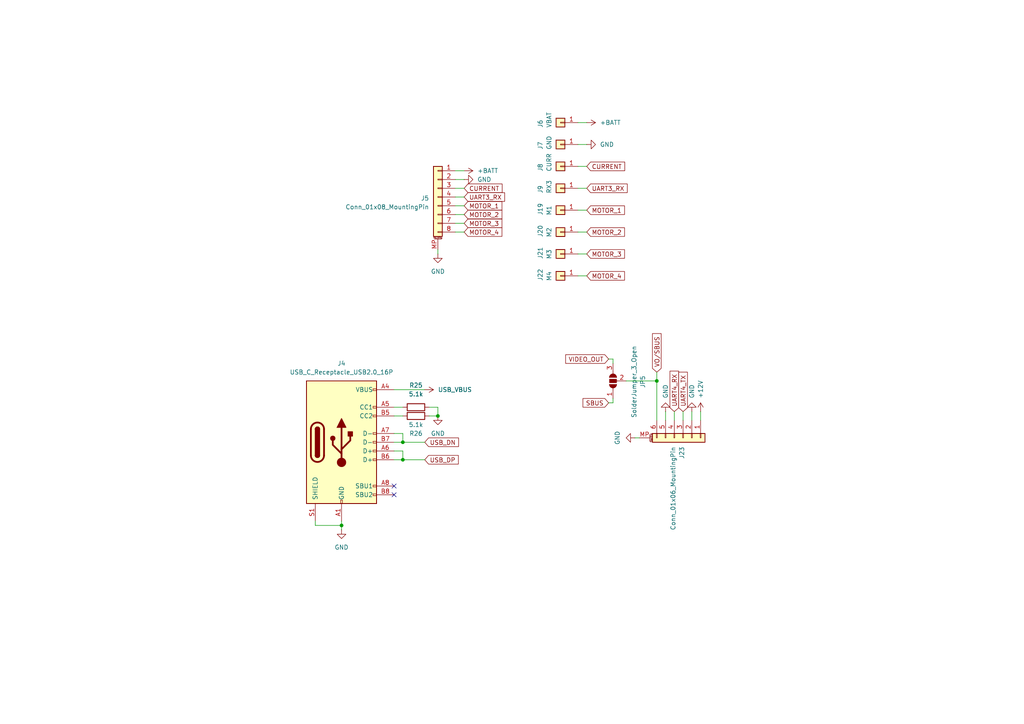
<source format=kicad_sch>
(kicad_sch (version 20250114) (generator "eeschema") (generator_version "9.0")
  (paper "A4")
  (lib_symbols
    (symbol "+5V_1" (power) (pin_numbers (hide yes)) (pin_names (offset 0) (hide yes))
      (property "Value" "+5V" (at 0 3.556 0))
      (symbol "+5V_1_0_1"
        (polyline (pts (xy -0.762 1.27) (xy 0 2.54)))
        (polyline (pts (xy 0 2.54) (xy 0.762 1.27)))
        (polyline (pts (xy 0 0) (xy 0 2.54)))
      )
      (symbol "+5V_1_1_1"
        (pin power_in line (at 0 0 90) (length 0) (name "~") (number "1"))
      )
    )
    (symbol "+BATT_1" (power) (pin_numbers (hide yes)) (pin_names (offset 0) (hide yes))
      (property "Value" "+BATT" (at 0 3.556 0))
      (symbol "+BATT_1_0_1"
        (polyline (pts (xy -0.762 1.27) (xy 0 2.54)))
        (polyline (pts (xy 0 2.54) (xy 0.762 1.27)))
        (polyline (pts (xy 0 0) (xy 0 2.54)))
      )
      (symbol "+BATT_1_1_1"
        (pin power_in line (at 0 0 90) (length 0) (name "~") (number "1"))
      )
    )
    (symbol "Connector:USB_C_Receptacle_USB2.0_16P" (pin_names (offset 1.016))
      (property "Reference" "J" (at 0 22.225 0))
      (property "Value" "USB_C_Receptacle_USB2.0_16P" (at 0 19.685 0))
      (symbol "USB_C_Receptacle_USB2.0_16P_0_0"
        (rectangle (start -0.254 -17.78) (end 0.254 -16.764))
        (rectangle (start 10.16 15.494) (end 9.144 14.986))
        (rectangle (start 10.16 10.414) (end 9.144 9.906))
        (rectangle (start 10.16 7.874) (end 9.144 7.366))
        (rectangle (start 10.16 2.794) (end 9.144 2.286))
        (rectangle (start 10.16 0.254) (end 9.144 -0.254))
        (rectangle (start 10.16 -2.286) (end 9.144 -2.794))
        (rectangle (start 10.16 -4.826) (end 9.144 -5.334))
        (rectangle (start 10.16 -12.446) (end 9.144 -12.954))
        (rectangle (start 10.16 -14.986) (end 9.144 -15.494))
      )
      (symbol "USB_C_Receptacle_USB2.0_16P_0_1"
        (rectangle (start -10.16 17.78) (end 10.16 -17.78) (stroke (width 0.254)) (fill (type background)))
        (polyline (pts (xy -8.89 -3.81) (xy -8.89 3.81)) (stroke (width 0.508)))
        (rectangle (start -7.62 -3.81) (end -6.35 3.81) (stroke (width 0.254)) (fill (type outline)))
        (arc (start -7.62 3.81) (mid -6.985 4.4423) (end -6.35 3.81) (stroke (width 0.254)))
        (arc (start -7.62 3.81) (mid -6.985 4.4423) (end -6.35 3.81) (stroke (width 0.254)) (fill (type outline)))
        (arc (start -8.89 3.81) (mid -6.985 5.7067) (end -5.08 3.81) (stroke (width 0.508)))
        (arc (start -5.08 -3.81) (mid -6.985 -5.7067) (end -8.89 -3.81) (stroke (width 0.508)))
        (arc (start -6.35 -3.81) (mid -6.985 -4.4423) (end -7.62 -3.81) (stroke (width 0.254)))
        (arc (start -6.35 -3.81) (mid -6.985 -4.4423) (end -7.62 -3.81) (stroke (width 0.254)) (fill (type outline)))
        (polyline (pts (xy -5.08 3.81) (xy -5.08 -3.81)) (stroke (width 0.508)))
        (circle (center -2.54 1.143) (radius 0.635) (stroke (width 0.254)) (fill (type outline)))
        (polyline (pts (xy -1.27 4.318) (xy 0 6.858) (xy 1.27 4.318) (xy -1.27 4.318)) (stroke (width 0.254)) (fill (type outline)))
        (polyline (pts (xy 0 -2.032) (xy 2.54 0.508) (xy 2.54 1.778)) (stroke (width 0.508)))
        (polyline (pts (xy 0 -3.302) (xy -2.54 -0.762) (xy -2.54 0.508)) (stroke (width 0.508)))
        (polyline (pts (xy 0 -5.842) (xy 0 4.318)) (stroke (width 0.508)))
        (circle (center 0 -5.842) (radius 1.27) (fill (type outline)))
        (rectangle (start 1.905 1.778) (end 3.175 3.048) (stroke (width 0.254)) (fill (type outline)))
      )
      (symbol "USB_C_Receptacle_USB2.0_16P_1_1"
        (pin passive line (at -7.62 -22.86 90) (length 5.08) (name "SHIELD") (number "S1"))
        (pin passive line (at 0 -22.86 90) (length 5.08) (name "GND") (number "A1"))
        (pin passive line (at 0 -22.86 90) (length 5.08) (hide yes) (name "GND") (number "A12"))
        (pin passive line (at 0 -22.86 90) (length 5.08) (hide yes) (name "GND") (number "B1"))
        (pin passive line (at 0 -22.86 90) (length 5.08) (hide yes) (name "GND") (number "B12"))
        (pin passive line (at 15.24 15.24 180) (length 5.08) (name "VBUS") (number "A4"))
        (pin passive line (at 15.24 15.24 180) (length 5.08) (hide yes) (name "VBUS") (number "A9"))
        (pin passive line (at 15.24 15.24 180) (length 5.08) (hide yes) (name "VBUS") (number "B4"))
        (pin passive line (at 15.24 15.24 180) (length 5.08) (hide yes) (name "VBUS") (number "B9"))
        (pin bidirectional line (at 15.24 10.16 180) (length 5.08) (name "CC1") (number "A5"))
        (pin bidirectional line (at 15.24 7.62 180) (length 5.08) (name "CC2") (number "B5"))
        (pin bidirectional line (at 15.24 2.54 180) (length 5.08) (name "D-") (number "A7"))
        (pin bidirectional line (at 15.24 0 180) (length 5.08) (name "D-") (number "B7"))
        (pin bidirectional line (at 15.24 -2.54 180) (length 5.08) (name "D+") (number "A6"))
        (pin bidirectional line (at 15.24 -5.08 180) (length 5.08) (name "D+") (number "B6"))
        (pin bidirectional line (at 15.24 -12.7 180) (length 5.08) (name "SBU1") (number "A8"))
        (pin bidirectional line (at 15.24 -15.24 180) (length 5.08) (name "SBU2") (number "B8"))
      )
    )
    (symbol "Connector_Generic:Conn_01x01" (pin_names (offset 1.016) (hide yes))
      (property "Reference" "J" (at 0 2.54 0))
      (property "Value" "Conn_01x01" (at 0 -2.54 0))
      (symbol "Conn_01x01_1_1"
        (rectangle (start -1.27 1.27) (end 1.27 -1.27) (stroke (width 0.254)) (fill (type background)))
        (rectangle (start -1.27 0.127) (end 0 -0.127) (stroke (width 0.1524)))
        (pin passive line (at -5.08 0 0) (length 3.81) (name "Pin_1") (number "1"))
      )
    )
    (symbol "Connector_Generic_MountingPin:Conn_01x06_MountingPin" (pin_names (offset 1.016) (hide yes))
      (property "Reference" "J" (at 0 7.62 0))
      (property "Value" "Conn_01x06_MountingPin" (at 1.27 -10.16 0))
      (symbol "Conn_01x06_MountingPin_1_1"
        (rectangle (start -1.27 6.35) (end 1.27 -8.89) (stroke (width 0.254)) (fill (type background)))
        (rectangle (start -1.27 5.207) (end 0 4.953) (stroke (width 0.1524)))
        (rectangle (start -1.27 2.667) (end 0 2.413) (stroke (width 0.1524)))
        (rectangle (start -1.27 0.127) (end 0 -0.127) (stroke (width 0.1524)))
        (rectangle (start -1.27 -2.413) (end 0 -2.667) (stroke (width 0.1524)))
        (rectangle (start -1.27 -4.953) (end 0 -5.207) (stroke (width 0.1524)))
        (rectangle (start -1.27 -7.493) (end 0 -7.747) (stroke (width 0.1524)))
        (polyline (pts (xy -1.016 -9.652) (xy 1.016 -9.652)) (stroke (width 0.1524)))
        (text "Mounting" (at 0 -9.271 0) (effects (font (size 0.381 0.381))))
        (pin passive line (at -5.08 5.08 0) (length 3.81) (name "Pin_1") (number "1"))
        (pin passive line (at -5.08 2.54 0) (length 3.81) (name "Pin_2") (number "2"))
        (pin passive line (at -5.08 0 0) (length 3.81) (name "Pin_3") (number "3"))
        (pin passive line (at -5.08 -2.54 0) (length 3.81) (name "Pin_4") (number "4"))
        (pin passive line (at -5.08 -5.08 0) (length 3.81) (name "Pin_5") (number "5"))
        (pin passive line (at -5.08 -7.62 0) (length 3.81) (name "Pin_6") (number "6"))
        (pin passive line (at 0 -12.7 90) (length 3.048) (name "MountPin") (number "MP"))
      )
    )
    (symbol "Connector_Generic_MountingPin:Conn_01x08_MountingPin" (pin_names (offset 1.016) (hide yes))
      (property "Reference" "J" (at 0 10.16 0))
      (property "Value" "Conn_01x08_MountingPin" (at 1.27 -12.7 0))
      (symbol "Conn_01x08_MountingPin_1_1"
        (rectangle (start -1.27 8.89) (end 1.27 -11.43) (stroke (width 0.254)) (fill (type background)))
        (rectangle (start -1.27 7.747) (end 0 7.493) (stroke (width 0.1524)))
        (rectangle (start -1.27 5.207) (end 0 4.953) (stroke (width 0.1524)))
        (rectangle (start -1.27 2.667) (end 0 2.413) (stroke (width 0.1524)))
        (rectangle (start -1.27 0.127) (end 0 -0.127) (stroke (width 0.1524)))
        (rectangle (start -1.27 -2.413) (end 0 -2.667) (stroke (width 0.1524)))
        (rectangle (start -1.27 -4.953) (end 0 -5.207) (stroke (width 0.1524)))
        (rectangle (start -1.27 -7.493) (end 0 -7.747) (stroke (width 0.1524)))
        (rectangle (start -1.27 -10.033) (end 0 -10.287) (stroke (width 0.1524)))
        (polyline (pts (xy -1.016 -12.192) (xy 1.016 -12.192)) (stroke (width 0.1524)))
        (text "Mounting" (at 0 -11.811 0) (effects (font (size 0.381 0.381))))
        (pin passive line (at -5.08 7.62 0) (length 3.81) (name "Pin_1") (number "1"))
        (pin passive line (at -5.08 5.08 0) (length 3.81) (name "Pin_2") (number "2"))
        (pin passive line (at -5.08 2.54 0) (length 3.81) (name "Pin_3") (number "3"))
        (pin passive line (at -5.08 0 0) (length 3.81) (name "Pin_4") (number "4"))
        (pin passive line (at -5.08 -2.54 0) (length 3.81) (name "Pin_5") (number "5"))
        (pin passive line (at -5.08 -5.08 0) (length 3.81) (name "Pin_6") (number "6"))
        (pin passive line (at -5.08 -7.62 0) (length 3.81) (name "Pin_7") (number "7"))
        (pin passive line (at -5.08 -10.16 0) (length 3.81) (name "Pin_8") (number "8"))
        (pin passive line (at 0 -15.24 90) (length 3.048) (name "MountPin") (number "MP"))
      )
    )
    (symbol "Device:R" (pin_numbers (hide yes)) (pin_names (offset 0))
      (property "Reference" "R" (at 2.032 0 90))
      (property "Value" "R" (at 0 0 90))
      (symbol "R_0_1"
        (rectangle (start -1.016 -2.54) (end 1.016 2.54) (stroke (width 0.254)))
      )
      (symbol "R_1_1"
        (pin passive line (at 0 3.81 270) (length 1.27) (name "~") (number "1"))
        (pin passive line (at 0 -3.81 90) (length 1.27) (name "~") (number "2"))
      )
    )
    (symbol "Jumper:SolderJumper_3_Open" (pin_names (offset 0) (hide yes))
      (property "Reference" "JP" (at -2.54 -2.54 0))
      (property "Value" "SolderJumper_3_Open" (at 0 2.794 0))
      (symbol "SolderJumper_3_Open_0_1"
        (polyline (pts (xy -2.54 0) (xy -2.032 0)))
        (polyline (pts (xy -1.016 1.016) (xy -1.016 -1.016)))
        (arc (start -1.016 -1.016) (mid -2.0276 0) (end -1.016 1.016))
        (arc (start -1.016 -1.016) (mid -2.0276 0) (end -1.016 1.016) (fill (type outline)))
        (rectangle (start -0.508 1.016) (end 0.508 -1.016) (fill (type outline)))
        (polyline (pts (xy 0 -1.27) (xy 0 -1.016)))
        (arc (start 1.016 1.016) (mid 2.0276 0) (end 1.016 -1.016))
        (arc (start 1.016 1.016) (mid 2.0276 0) (end 1.016 -1.016) (fill (type outline)))
        (polyline (pts (xy 1.016 1.016) (xy 1.016 -1.016)))
        (polyline (pts (xy 2.54 0) (xy 2.032 0)))
      )
      (symbol "SolderJumper_3_Open_1_1"
        (pin passive line (at -5.08 0 0) (length 2.54) (name "A") (number "1"))
        (pin passive line (at 0 -3.81 90) (length 2.54) (name "C") (number "2"))
        (pin passive line (at 5.08 0 180) (length 2.54) (name "B") (number "3"))
      )
    )
    (symbol "power:GND" (power) (pin_numbers (hide yes)) (pin_names (offset 0) (hide yes))
      (property "Value" "GND" (at 0 -3.81 0))
      (symbol "GND_0_1"
        (polyline (pts (xy 0 0) (xy 0 -1.27) (xy 1.27 -1.27) (xy 0 -2.54) (xy -1.27 -1.27) (xy 0 -1.27)))
      )
      (symbol "GND_1_1"
        (pin power_in line (at 0 0 270) (length 0) (name "~") (number "1"))
      )
    )
    (symbol "power:VBUS" (power) (pin_numbers (hide yes)) (pin_names (offset 0) (hide yes))
      (property "Value" "VBUS" (at 0 3.556 0))
      (symbol "VBUS_0_1"
        (polyline (pts (xy -0.762 1.27) (xy 0 2.54)))
        (polyline (pts (xy 0 2.54) (xy 0.762 1.27)))
        (polyline (pts (xy 0 0) (xy 0 2.54)))
      )
      (symbol "VBUS_1_1"
        (pin power_in line (at 0 0 90) (length 0) (name "~") (number "1"))
      )
    )
  )
  (junction (at 99.06 152.4))
  (junction (at 116.84 133.35))
  (junction (at 127 120.65))
  (junction (at 190.5 110.49))
  (junction (at 116.84 128.27))
  (no_connect (at 114.3 143.51))
  (no_connect (at 114.3 140.97))
  (wire (pts (xy 177.8 116.84) (xy 177.8 115.57)))
  (wire (pts (xy 198.12 119.38) (xy 198.12 121.92)))
  (wire (pts (xy 134.62 52.07) (xy 132.08 52.07)))
  (wire (pts (xy 114.3 113.03) (xy 123.19 113.03)))
  (wire (pts (xy 114.3 128.27) (xy 116.84 128.27)))
  (wire (pts (xy 195.58 119.38) (xy 195.58 121.92)))
  (wire (pts (xy 114.3 133.35) (xy 116.84 133.35)))
  (wire (pts (xy 116.84 128.27) (xy 123.19 128.27)))
  (wire (pts (xy 91.44 152.4) (xy 99.06 152.4)))
  (wire (pts (xy 114.3 125.73) (xy 116.84 125.73)))
  (wire (pts (xy 190.5 110.49) (xy 181.61 110.49)))
  (wire (pts (xy 134.62 57.15) (xy 132.08 57.15)))
  (wire (pts (xy 91.44 151.13) (xy 91.44 152.4)))
  (wire (pts (xy 114.3 118.11) (xy 116.84 118.11)))
  (wire (pts (xy 134.62 62.23) (xy 132.08 62.23)))
  (wire (pts (xy 170.18 80.01) (xy 167.64 80.01)))
  (wire (pts (xy 190.5 121.92) (xy 190.5 110.49)))
  (wire (pts (xy 170.18 67.31) (xy 167.64 67.31)))
  (wire (pts (xy 176.53 116.84) (xy 177.8 116.84)))
  (wire (pts (xy 116.84 125.73) (xy 116.84 128.27)))
  (wire (pts (xy 124.46 120.65) (xy 127 120.65)))
  (wire (pts (xy 176.53 104.14) (xy 177.8 104.14)))
  (wire (pts (xy 114.3 120.65) (xy 116.84 120.65)))
  (wire (pts (xy 134.62 49.53) (xy 132.08 49.53)))
  (wire (pts (xy 185.42 127) (xy 184.15 127)))
  (wire (pts (xy 170.18 73.66) (xy 167.64 73.66)))
  (wire (pts (xy 116.84 130.81) (xy 116.84 133.35)))
  (wire (pts (xy 190.5 107.95) (xy 190.5 110.49)))
  (wire (pts (xy 127 72.39) (xy 127 73.66)))
  (wire (pts (xy 134.62 54.61) (xy 132.08 54.61)))
  (wire (pts (xy 99.06 153.67) (xy 99.06 152.4)))
  (wire (pts (xy 116.84 133.35) (xy 123.19 133.35)))
  (wire (pts (xy 200.66 119.38) (xy 200.66 121.92)))
  (wire (pts (xy 177.8 104.14) (xy 177.8 105.41)))
  (wire (pts (xy 127 118.11) (xy 127 120.65)))
  (wire (pts (xy 124.46 118.11) (xy 127 118.11)))
  (wire (pts (xy 134.62 67.31) (xy 132.08 67.31)))
  (wire (pts (xy 170.18 60.96) (xy 167.64 60.96)))
  (wire (pts (xy 193.04 119.38) (xy 193.04 121.92)))
  (wire (pts (xy 170.18 35.56) (xy 167.64 35.56)))
  (wire (pts (xy 170.18 48.26) (xy 167.64 48.26)))
  (wire (pts (xy 114.3 130.81) (xy 116.84 130.81)))
  (wire (pts (xy 170.18 41.91) (xy 167.64 41.91)))
  (wire (pts (xy 99.06 152.4) (xy 99.06 151.13)))
  (wire (pts (xy 170.18 54.61) (xy 167.64 54.61)))
  (wire (pts (xy 134.62 64.77) (xy 132.08 64.77)))
  (wire (pts (xy 134.62 59.69) (xy 132.08 59.69)))
  (wire (pts (xy 203.2 119.38) (xy 203.2 121.92)))
  (global_label "CURRENT" (shape input) (at 170.18 48.26 0) (property "Intersheetrefs" "${INTERSHEET_REFS}" (effects (hide yes))))
  (global_label "MOTOR_1" (shape input) (at 170.18 60.96 0) (property "Intersheetrefs" "${INTERSHEET_REFS}" (effects (hide yes))))
  (global_label "USB_DP" (shape input) (at 123.19 133.35 0) (property "Intersheetrefs" "${INTERSHEET_REFS}" (effects (hide yes))))
  (global_label "MOTOR_4" (shape input) (at 134.62 67.31 0) (property "Intersheetrefs" "${INTERSHEET_REFS}" (effects (hide yes))))
  (global_label "USB_DN" (shape input) (at 123.19 128.27 0) (property "Intersheetrefs" "${INTERSHEET_REFS}" (effects (hide yes))))
  (global_label "MOTOR_2" (shape input) (at 170.18 67.31 0) (property "Intersheetrefs" "${INTERSHEET_REFS}" (effects (hide yes))))
  (global_label "UART3_RX" (shape input) (at 170.18 54.61 0) (property "Intersheetrefs" "${INTERSHEET_REFS}" (effects (hide yes))))
  (global_label "MOTOR_4" (shape input) (at 170.18 80.01 0) (property "Intersheetrefs" "${INTERSHEET_REFS}" (effects (hide yes))))
  (global_label "SBUS" (shape input) (at 176.53 116.84 180) (property "Intersheetrefs" "${INTERSHEET_REFS}" (effects (hide yes))))
  (global_label "MOTOR_3" (shape input) (at 134.62 64.77 0) (property "Intersheetrefs" "${INTERSHEET_REFS}" (effects (hide yes))))
  (global_label "VO{slash}SBUS" (shape input) (at 190.5 107.95 90) (property "Intersheetrefs" "${INTERSHEET_REFS}" (effects (hide yes))))
  (global_label "UART3_RX" (shape input) (at 134.62 57.15 0) (property "Intersheetrefs" "${INTERSHEET_REFS}" (effects (hide yes))))
  (global_label "CURRENT" (shape input) (at 134.62 54.61 0) (property "Intersheetrefs" "${INTERSHEET_REFS}" (effects (hide yes))))
  (global_label "UART4_TX" (shape input) (at 198.12 119.38 90) (property "Intersheetrefs" "${INTERSHEET_REFS}" (effects (hide yes))))
  (global_label "MOTOR_2" (shape input) (at 134.62 62.23 0) (property "Intersheetrefs" "${INTERSHEET_REFS}" (effects (hide yes))))
  (global_label "VIDEO_OUT" (shape input) (at 176.53 104.14 180) (property "Intersheetrefs" "${INTERSHEET_REFS}" (effects (hide yes))))
  (global_label "MOTOR_1" (shape input) (at 134.62 59.69 0) (property "Intersheetrefs" "${INTERSHEET_REFS}" (effects (hide yes))))
  (global_label "UART4_RX" (shape input) (at 195.58 119.38 90) (property "Intersheetrefs" "${INTERSHEET_REFS}" (effects (hide yes))))
  (global_label "MOTOR_3" (shape input) (at 170.18 73.66 0) (property "Intersheetrefs" "${INTERSHEET_REFS}" (effects (hide yes))))
  (symbol (lib_id "Connector:USB_C_Receptacle_USB2.0_16P") (at 99.06 128.27 0) (unit 1)
    (property "Reference" "J4" (at 99.06 105.41 0))
    (property "Value" "USB_C_Receptacle_USB2.0_16P" (at 99.06 107.95 0))
    (property "Footprint" "CustomFootprints:USB_C_Receptacle_G-Switch_GT-USB-7010ASV_3D" (effects (hide yes)))
    (property "Datasheet" "https://www.usb.org/sites/default/files/documents/usb_type-c.zip" (effects (hide yes)))
  )
  (symbol (lib_id "Connector_Generic_MountingPin:Conn_01x06_MountingPin") (at 198.12 127 270) (unit 1)
    (property "Reference" "J23" (at 197.7645 129.54 0) (effects (justify left)))
    (property "Value" "Conn_01x06_MountingPin" (at 195.2245 129.54 0) (effects (justify left)))
    (property "Footprint" "CustomFootprints:JST_SH_SM06B-SRSS-TB_1x06-1MP_P1.00mm_Horizontal_3D" (effects (hide yes)))
  )
  (symbol (lib_id "Connector_Generic:Conn_01x01") (at 162.56 54.61 180) (unit 1)
    (property "Reference" "J9" (at 156.718 56.134 90) (effects (justify right)))
    (property "Value" "RX3" (at 159.258 56.134 90) (effects (justify right)))
    (property "Footprint" "Pads:PAD_1.3x1.3mm_NO_HOLE" (effects (hide yes)))
    (property "Description" "Generic connector, single row, 01x01, script generated (kicad-library-utils/schlib/autogen/connector/)" (effects (hide yes)))
  )
  (symbol (lib_id "Device:R") (at 120.65 118.11 90) (unit 1)
    (property "Reference" "R25" (at 120.65 111.76 90))
    (property "Value" "5.1k" (at 120.65 114.3 90))
    (property "Footprint" "Resistor_SMD:R_0402_1005Metric" (effects (hide yes)))
  )
  (symbol (lib_id "Connector_Generic:Conn_01x01") (at 162.56 41.91 180) (unit 1)
    (property "Reference" "J7" (at 156.718 43.434 90) (effects (justify right)))
    (property "Value" "GND" (at 159.258 43.434 90) (effects (justify right)))
    (property "Footprint" "Pads:PAD_1.3x1.3mm_NO_HOLE" (effects (hide yes)))
    (property "Description" "Generic connector, single row, 01x01, script generated (kicad-library-utils/schlib/autogen/connector/)" (effects (hide yes)))
  )
  (symbol (lib_id "Connector_Generic:Conn_01x01") (at 162.56 60.96 180) (unit 1)
    (property "Reference" "J19" (at 156.718 62.484 90) (effects (justify right)))
    (property "Value" "M1" (at 159.258 62.484 90) (effects (justify right)))
    (property "Footprint" "Pads:PAD_1.3x1.3mm_NO_HOLE" (effects (hide yes)))
    (property "Description" "Generic connector, single row, 01x01, script generated (kicad-library-utils/schlib/autogen/connector/)" (effects (hide yes)))
  )
  (symbol (lib_id "power:GND") (at 200.66 119.38 180) (unit 1)
    (property "Reference" "#PWR0160" (effects (hide yes)))
    (property "Value" "GND" (at 200.6601 115.57 90) (effects (justify right)))
  )
  (symbol (lib_id "Connector_Generic_MountingPin:Conn_01x08_MountingPin") (at 127 57.15 0) (mirror y) (unit 1)
    (property "Reference" "J5" (at 124.46 57.5055 0) (effects (justify left)))
    (property "Value" "Conn_01x08_MountingPin" (at 124.46 60.0455 0) (effects (justify left)))
    (property "Footprint" "CustomFootprints:JST_SH_SM08B-SRSS-TB_1x08-1MP_P1.00mm_Horizontal_3D" (effects (hide yes)))
  )
  (symbol (lib_id "power:VBUS") (at 123.19 113.03 270) (unit 1)
    (property "Reference" "#PWR0149" (effects (hide yes)))
    (property "Value" "USB_VBUS" (at 127 113.0299 90) (effects (justify left)))
    (property "Description" "Power symbol creates a global label with name \"VBUS\"" (effects (hide yes)))
  )
  (symbol (lib_id "power:GND") (at 134.62 52.07 90) (mirror x) (unit 1)
    (property "Reference" "#PWR0155" (effects (hide yes)))
    (property "Value" "GND" (at 138.43 52.0699 90) (effects (justify right)))
  )
  (symbol (lib_id "Connector_Generic:Conn_01x01") (at 162.56 67.31 180) (unit 1)
    (property "Reference" "J20" (at 156.718 68.834 90) (effects (justify right)))
    (property "Value" "M2" (at 159.258 68.834 90) (effects (justify right)))
    (property "Footprint" "Pads:PAD_1.3x1.3mm_NO_HOLE" (effects (hide yes)))
    (property "Description" "Generic connector, single row, 01x01, script generated (kicad-library-utils/schlib/autogen/connector/)" (effects (hide yes)))
  )
  (symbol (lib_id "Connector_Generic:Conn_01x01") (at 162.56 35.56 180) (unit 1)
    (property "Reference" "J6" (at 156.718 37.084 90) (effects (justify right)))
    (property "Value" "VBAT" (at 159.258 37.084 90) (effects (justify right)))
    (property "Footprint" "Pads:PAD_1.3x1.3mm_NO_HOLE" (effects (hide yes)))
    (property "Description" "Generic connector, single row, 01x01, script generated (kicad-library-utils/schlib/autogen/connector/)" (effects (hide yes)))
  )
  (symbol (lib_id "Device:R") (at 120.65 120.65 270) (unit 1)
    (property "Reference" "R26" (at 120.65 125.73 90))
    (property "Value" "5.1k" (at 120.65 123.19 90))
    (property "Footprint" "Resistor_SMD:R_0402_1005Metric" (effects (hide yes)))
  )
  (symbol (lib_id "power:GND") (at 99.06 153.67 0) (unit 1)
    (property "Reference" "#PWR0148" (effects (hide yes)))
    (property "Value" "GND" (at 99.06 158.75 0))
  )
  (symbol (lib_id "Jumper:SolderJumper_3_Open") (at 177.8 110.49 90) (unit 1)
    (property "Reference" "JP5" (at 186.436 110.744 0))
    (property "Value" "SolderJumper_3_Open" (at 183.896 110.744 0))
    (property "Footprint" "Pads:SolderJumper-3_hex" (effects (hide yes)))
    (property "Description" "Solder Jumper, 3-pole, open" (effects (hide yes)))
  )
  (symbol (lib_name "+5V_1") (lib_id "power:+5V") (at 203.2 119.38 0) (unit 1)
    (property "Reference" "#PWR0161" (effects (hide yes)))
    (property "Value" "+12V" (at 203.2001 115.57 90) (effects (justify left)))
    (property "Description" "Power symbol creates a global label with name \"+5V\"" (effects (hide yes)))
  )
  (symbol (lib_id "Connector_Generic:Conn_01x01") (at 162.56 48.26 180) (unit 1)
    (property "Reference" "J8" (at 156.718 49.784 90) (effects (justify right)))
    (property "Value" "CURR" (at 159.258 49.784 90) (effects (justify right)))
    (property "Footprint" "Pads:PAD_1.3x1.3mm_NO_HOLE" (effects (hide yes)))
    (property "Description" "Generic connector, single row, 01x01, script generated (kicad-library-utils/schlib/autogen/connector/)" (effects (hide yes)))
  )
  (symbol (lib_id "Connector_Generic:Conn_01x01") (at 162.56 73.66 180) (unit 1)
    (property "Reference" "J21" (at 156.718 75.184 90) (effects (justify right)))
    (property "Value" "M3" (at 159.258 75.184 90) (effects (justify right)))
    (property "Footprint" "Pads:PAD_1.3x1.3mm_NO_HOLE" (effects (hide yes)))
    (property "Description" "Generic connector, single row, 01x01, script generated (kicad-library-utils/schlib/autogen/connector/)" (effects (hide yes)))
  )
  (symbol (lib_id "power:GND") (at 170.18 41.91 90) (mirror x) (unit 1)
    (property "Reference" "#PWR0157" (effects (hide yes)))
    (property "Value" "GND" (at 173.99 41.9099 90) (effects (justify right)))
  )
  (symbol (lib_id "Connector_Generic:Conn_01x01") (at 162.56 80.01 180) (unit 1)
    (property "Reference" "J22" (at 156.718 81.534 90) (effects (justify right)))
    (property "Value" "M4" (at 159.258 81.534 90) (effects (justify right)))
    (property "Footprint" "Pads:PAD_1.3x1.3mm_NO_HOLE" (effects (hide yes)))
    (property "Description" "Generic connector, single row, 01x01, script generated (kicad-library-utils/schlib/autogen/connector/)" (effects (hide yes)))
  )
  (symbol (lib_id "power:GND") (at 184.15 127 270) (unit 1)
    (property "Reference" "#PWR0158" (effects (hide yes)))
    (property "Value" "GND" (at 179.07 127 0))
  )
  (symbol (lib_id "power:GND") (at 127 73.66 0) (mirror y) (unit 1)
    (property "Reference" "#PWR0150" (effects (hide yes)))
    (property "Value" "GND" (at 127 78.74 0))
  )
  (symbol (lib_name "+BATT_1") (lib_id "power:+BATT") (at 170.18 35.56 270) (mirror x) (unit 1)
    (property "Reference" "#PWR0156" (effects (hide yes)))
    (property "Value" "+BATT" (at 173.99 35.5599 90) (effects (justify left)))
    (property "Description" "Power symbol creates a global label with name \"+BATT\"" (effects (hide yes)))
  )
  (symbol (lib_id "power:GND") (at 193.04 119.38 180) (unit 1)
    (property "Reference" "#PWR0159" (effects (hide yes)))
    (property "Value" "GND" (at 193.0401 115.57 90) (effects (justify right)))
  )
  (symbol (lib_name "+BATT_1") (lib_id "power:+BATT") (at 134.62 49.53 270) (mirror x) (unit 1)
    (property "Reference" "#PWR0153" (effects (hide yes)))
    (property "Value" "+BATT" (at 138.43 49.5299 90) (effects (justify left)))
    (property "Description" "Power symbol creates a global label with name \"+BATT\"" (effects (hide yes)))
  )
  (symbol (lib_id "power:GND") (at 127 120.65 0) (unit 1)
    (property "Reference" "#PWR0152" (effects (hide yes)))
    (property "Value" "GND" (at 127 125.73 0))
  )
)
</source>
